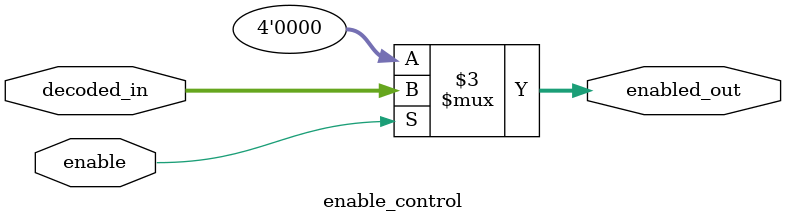
<source format=sv>
module async_sel_decoder (
    input [1:0] sel,
    input enable,
    output [3:0] out_bus
);

    // Internal signals
    wire [3:0] decoded_value;
    wire [3:0] enabled_output;

    // Decoder submodule
    decoder_2to4 decoder_inst (
        .sel(sel),
        .decoded(decoded_value)
    );

    // Enable control submodule  
    enable_control enable_inst (
        .enable(enable),
        .decoded_in(decoded_value),
        .enabled_out(enabled_output)
    );

    // Output assignment
    assign out_bus = enabled_output;

endmodule

// 2-to-4 decoder submodule
module decoder_2to4 (
    input [1:0] sel,
    output reg [3:0] decoded
);
    always @(*) begin
        case (sel)
            2'b00: decoded = 4'b0001;
            2'b01: decoded = 4'b0010;
            2'b10: decoded = 4'b0100;
            2'b11: decoded = 4'b1000;
        endcase
    end
endmodule

// Enable control submodule
module enable_control (
    input enable,
    input [3:0] decoded_in,
    output reg [3:0] enabled_out
);
    always @(*) begin
        if (enable)
            enabled_out = decoded_in;
        else
            enabled_out = 4'b0000;
    end
endmodule
</source>
